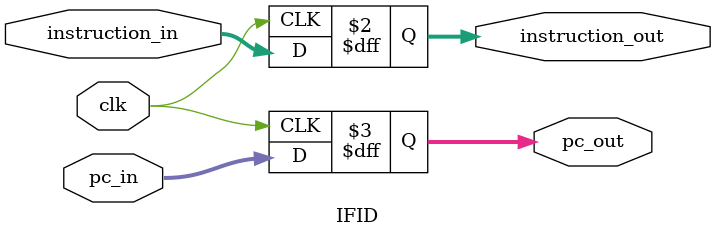
<source format=v>
`timescale 1ns / 1ps


module IFID(
    input wire clk,
    input wire [31:0] instruction_in,
    input wire [31:0] pc_in,
    output reg [31:0] instruction_out,
    output reg [31:0] pc_out
);

//    initial begin
//        instruction_out = 32'b0;
//        pc_out = 32'b0;
//    end

    always @(posedge clk) begin
        instruction_out = instruction_in;
        pc_out = pc_in;
    end

endmodule

</source>
